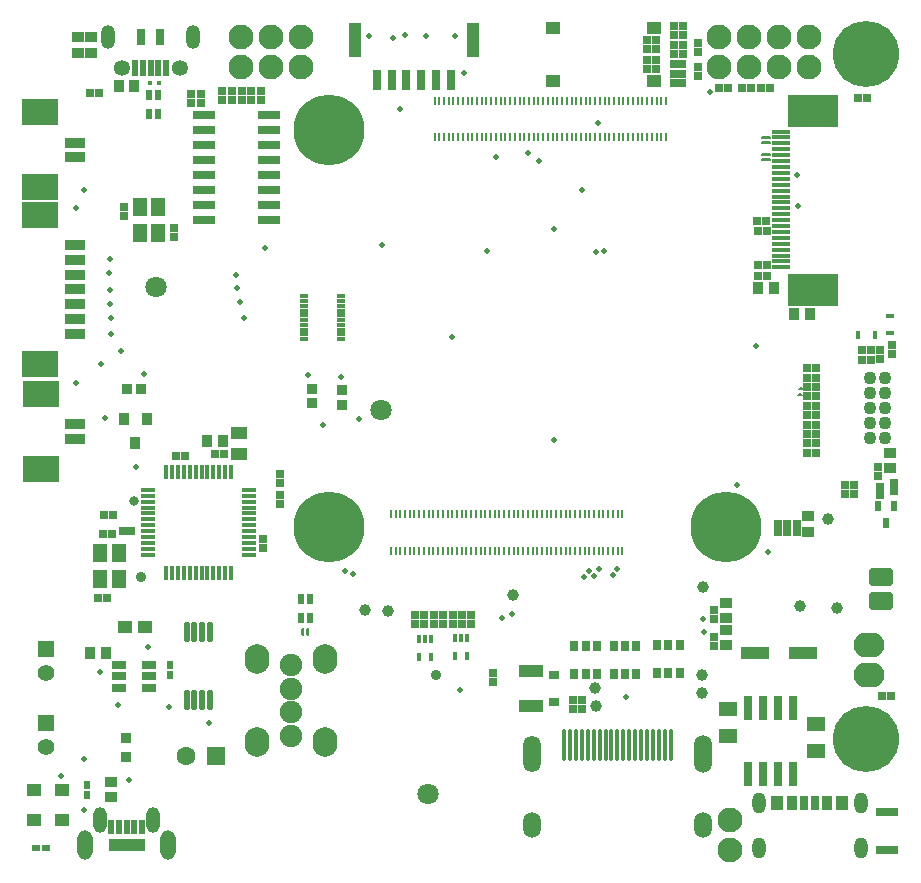
<source format=gbr>
%TF.GenerationSoftware,Altium Limited,Altium Designer,23.1.1 (15)*%
G04 Layer_Color=8388736*
%FSLAX45Y45*%
%MOMM*%
%TF.SameCoordinates,8C37DE4A-61E0-4A85-99FC-D0A1A2E6B02F*%
%TF.FilePolarity,Negative*%
%TF.FileFunction,Soldermask,Top*%
%TF.Part,Single*%
G01*
G75*
%TA.AperFunction,SMDPad,CuDef*%
%ADD15R,0.80606X0.85822*%
%ADD18R,1.15814X1.01213*%
%ADD19R,0.57247X0.68106*%
%ADD20R,0.68106X0.57247*%
%ADD23R,0.85822X0.80606*%
%ADD30R,1.25000X1.10000*%
%ADD32R,0.91213X0.85872*%
%TA.AperFunction,TestPad*%
%ADD35C,0.88900*%
%TA.AperFunction,SMDPad,CuDef*%
%ADD48R,2.41140X1.11280*%
%TA.AperFunction,TestPad*%
%ADD49O,0.50800X0.25400*%
%ADD50O,0.88900X0.25400*%
%ADD51C,0.80000*%
%ADD52C,0.40000*%
%ADD64O,0.25400X0.76200*%
%TA.AperFunction,FiducialPad,Global*%
%ADD66C,1.80000*%
%TA.AperFunction,ComponentPad*%
%ADD91C,6.00000*%
%TA.AperFunction,SMDPad,CuDef*%
%ADD157R,2.00500X1.09060*%
%ADD158R,0.71160X2.13400*%
%ADD159R,0.90200X1.00200*%
G04:AMPARAMS|DCode=160|XSize=1.662mm|YSize=0.502mm|CornerRadius=0.101mm|HoleSize=0mm|Usage=FLASHONLY|Rotation=90.000|XOffset=0mm|YOffset=0mm|HoleType=Round|Shape=RoundedRectangle|*
%AMROUNDEDRECTD160*
21,1,1.66200,0.30000,0,0,90.0*
21,1,1.46000,0.50200,0,0,90.0*
1,1,0.20200,0.15000,0.73000*
1,1,0.20200,0.15000,-0.73000*
1,1,0.20200,-0.15000,-0.73000*
1,1,0.20200,-0.15000,0.73000*
%
%ADD160ROUNDEDRECTD160*%
%ADD161R,1.10200X2.90200*%
%ADD162R,0.70200X1.80200*%
%ADD163R,0.91480X1.04180*%
%ADD164R,3.10200X2.20200*%
%ADD165R,1.70200X0.90200*%
%ADD166R,1.30200X0.65200*%
%ADD167R,0.50200X1.30200*%
%ADD168R,3.10200X1.00200*%
%ADD169R,1.04180X0.91480*%
%ADD170R,0.25080X0.75080*%
%ADD171R,0.80200X0.30200*%
%TA.AperFunction,TestPad*%
%ADD172C,0.99100*%
%TA.AperFunction,SMDPad,CuDef*%
%ADD173R,0.66040X0.71120*%
%ADD174R,0.50200X0.95200*%
%ADD175R,0.71120X0.66040*%
%ADD176R,1.25200X1.50200*%
%ADD177R,1.30160X0.40160*%
%ADD178R,0.40160X1.30160*%
%ADD179R,1.40160X1.00160*%
%ADD180R,1.90200X0.65200*%
%ADD181R,1.00200X1.25200*%
%ADD182R,0.90200X1.25200*%
%ADD183R,0.80200X1.25200*%
%ADD184R,1.50000X1.20000*%
%TA.AperFunction,ConnectorPad*%
%ADD185R,0.70200X1.45200*%
%ADD186R,0.50200X1.35200*%
%TA.AperFunction,SMDPad,CuDef*%
%ADD187R,0.40160X0.65160*%
%ADD188O,0.38200X2.70200*%
%ADD189R,1.90200X0.70200*%
%ADD190R,1.30160X1.10160*%
%ADD191R,1.50160X0.40160*%
%ADD192R,4.20160X2.75160*%
%ADD193R,0.65080X0.45080*%
G04:AMPARAMS|DCode=194|XSize=0.9mm|YSize=0.65mm|CornerRadius=0mm|HoleSize=0mm|Usage=FLASHONLY|Rotation=90.000|XOffset=0mm|YOffset=0mm|HoleType=Round|Shape=RoundedRectangle|*
%AMROUNDEDRECTD194*
21,1,0.90000,0.65000,0,0,90.0*
21,1,0.90000,0.65000,0,0,90.0*
1,1,0.00000,0.32500,0.45000*
1,1,0.00000,0.32500,-0.45000*
1,1,0.00000,-0.32500,-0.45000*
1,1,0.00000,-0.32500,0.45000*
%
%ADD194ROUNDEDRECTD194*%
%ADD195R,0.62160X0.93160*%
%ADD196R,0.45080X0.65080*%
%ADD197R,0.93160X0.73160*%
%TA.AperFunction,ComponentPad*%
%ADD198O,1.30200X2.50200*%
%ADD199O,1.15200X2.20200*%
%ADD200C,1.60200*%
%ADD201R,1.60200X1.60200*%
%ADD202R,1.41000X1.41000*%
%ADD203C,1.41000*%
%ADD204O,2.10200X2.50200*%
%ADD205C,2.10200*%
%ADD206O,1.10160X1.80160*%
%ADD207C,0.10200*%
%ADD208C,5.60160*%
%ADD209O,1.20200X2.00200*%
%ADD210C,1.35200*%
%ADD211C,1.10200*%
%ADD212O,1.50200X3.10200*%
%ADD213O,1.50200X3.20200*%
%ADD214O,1.50200X2.20200*%
%ADD215C,1.90200*%
G04:AMPARAMS|DCode=216|XSize=1.6016mm|YSize=2.1016mm|CornerRadius=0.4258mm|HoleSize=0mm|Usage=FLASHONLY|Rotation=90.000|XOffset=0mm|YOffset=0mm|HoleType=Round|Shape=RoundedRectangle|*
%AMROUNDEDRECTD216*
21,1,1.60160,1.25000,0,0,90.0*
21,1,0.75000,2.10160,0,0,90.0*
1,1,0.85160,0.62500,0.37500*
1,1,0.85160,0.62500,-0.37500*
1,1,0.85160,-0.62500,-0.37500*
1,1,0.85160,-0.62500,0.37500*
%
%ADD216ROUNDEDRECTD216*%
%ADD217O,2.60200X2.10200*%
%TA.AperFunction,ViaPad*%
%ADD218C,0.50200*%
D15*
X1043088Y4043680D02*
D03*
X922872D02*
D03*
D18*
X1072659Y2032000D02*
D03*
X907261D02*
D03*
D19*
X1292220Y1710334D02*
D03*
Y1627226D02*
D03*
X589280Y691794D02*
D03*
Y608686D02*
D03*
D20*
X239674Y162560D02*
D03*
X156566D02*
D03*
D23*
X2740660Y4034356D02*
D03*
Y3914140D02*
D03*
X2489200Y4046220D02*
D03*
Y3926004D02*
D03*
D30*
X135860Y396240D02*
D03*
X370860D02*
D03*
X140940Y647700D02*
D03*
X375940D02*
D03*
D32*
X916300Y1088591D02*
D03*
Y933249D02*
D03*
D35*
X1043300Y2453640D02*
D03*
X3537070Y1621902D02*
D03*
D48*
X6242330Y1813500D02*
D03*
X6650470D02*
D03*
D49*
X6626339Y3997760D02*
D03*
X6626560Y4047920D02*
D03*
D50*
X6331043Y5983503D02*
D03*
Y6169539D02*
D03*
Y6130335D02*
D03*
Y6023082D02*
D03*
D51*
X979800Y3096260D02*
D03*
D52*
X1115991Y6633782D02*
D03*
X1194731D02*
D03*
D64*
X2417440Y1986280D02*
D03*
X2453000D02*
D03*
D66*
X3476620Y619760D02*
D03*
X3072760Y3870960D02*
D03*
X1167760Y4909820D02*
D03*
D91*
X2637911Y2879662D02*
D03*
Y6239622D02*
D03*
X5997871Y2879662D02*
D03*
D157*
X4347331Y1662542D02*
D03*
Y1362822D02*
D03*
D158*
X6563884Y1348393D02*
D03*
Y789593D02*
D03*
X6436883D02*
D03*
X6309883Y789593D02*
D03*
X6182883Y789593D02*
D03*
Y1348393D02*
D03*
X6309883Y1348392D02*
D03*
X6436883Y1348393D02*
D03*
D159*
X1089660Y3789680D02*
D03*
X899660D02*
D03*
X994660Y3589680D02*
D03*
D160*
X1428400Y1984720D02*
D03*
X1493400D02*
D03*
X1558400D02*
D03*
X1623400D02*
D03*
Y1408720D02*
D03*
X1558400D02*
D03*
X1493400D02*
D03*
X1428400D02*
D03*
D161*
X2855300Y6997700D02*
D03*
X3850300D02*
D03*
D162*
X3040300Y6662700D02*
D03*
X3165300D02*
D03*
X3665300D02*
D03*
X3540300D02*
D03*
X3290300D02*
D03*
X3415300D02*
D03*
D163*
X614934Y1811274D02*
D03*
X744931D02*
D03*
X6573094Y4684463D02*
D03*
X6703091D02*
D03*
X6269015Y4904087D02*
D03*
X6399012Y4904088D02*
D03*
X1603929Y3604006D02*
D03*
X1733926D02*
D03*
X852669Y6608266D02*
D03*
X982666D02*
D03*
D164*
X194940Y4005580D02*
D03*
Y3370580D02*
D03*
X189860Y4259420D02*
D03*
Y5519420D02*
D03*
Y5753100D02*
D03*
Y6388100D02*
D03*
D165*
X484940Y3750580D02*
D03*
Y3625580D02*
D03*
X479860Y4514420D02*
D03*
Y4639420D02*
D03*
Y4764420D02*
D03*
Y4889420D02*
D03*
Y5014420D02*
D03*
Y5264420D02*
D03*
Y5139420D02*
D03*
Y6008100D02*
D03*
Y6133100D02*
D03*
D166*
X1112340Y1517900D02*
D03*
Y1612900D02*
D03*
Y1707900D02*
D03*
X852340D02*
D03*
Y1517900D02*
D03*
Y1612900D02*
D03*
D167*
X921380Y337880D02*
D03*
X856380D02*
D03*
X791380D02*
D03*
X986380D02*
D03*
X1051380D02*
D03*
D168*
X921380Y182880D02*
D03*
D169*
X791586Y722071D02*
D03*
X791586Y592074D02*
D03*
X5992129Y2006253D02*
D03*
Y1876255D02*
D03*
Y2238104D02*
D03*
X5992129Y2108107D02*
D03*
X619807Y6892797D02*
D03*
Y7022794D02*
D03*
X506500Y6892797D02*
D03*
X506500Y7022794D02*
D03*
X7384340Y3375623D02*
D03*
Y3505620D02*
D03*
X6692633Y2836754D02*
D03*
Y2966751D02*
D03*
D170*
X4167911Y6175662D02*
D03*
X5037910Y2675661D02*
D03*
X5077911D02*
D03*
X5487911Y6175662D02*
D03*
X5447911D02*
D03*
X5407910D02*
D03*
X5367911D02*
D03*
X5327911D02*
D03*
X5287910D02*
D03*
X5247911D02*
D03*
X4967911D02*
D03*
X5007910D02*
D03*
X5047911D02*
D03*
X5087911D02*
D03*
X5127910D02*
D03*
X5167910D02*
D03*
X5207911D02*
D03*
X4687911D02*
D03*
X4727911D02*
D03*
X4767910D02*
D03*
X4807911D02*
D03*
X4847911D02*
D03*
X4887910D02*
D03*
X4927911D02*
D03*
X4647910D02*
D03*
X4607911D02*
D03*
X4567911D02*
D03*
X4527910D02*
D03*
X4487911D02*
D03*
X4447911D02*
D03*
X4407910D02*
D03*
X3927911D02*
D03*
X3967911D02*
D03*
X4007910D02*
D03*
X4047911D02*
D03*
X4087911D02*
D03*
X4127910D02*
D03*
X4367910D02*
D03*
X4327911D02*
D03*
X4287911D02*
D03*
X4247910D02*
D03*
X4207911D02*
D03*
Y6483662D02*
D03*
X4247910D02*
D03*
X4287911D02*
D03*
X4327911D02*
D03*
X4367910D02*
D03*
X4167911D02*
D03*
X4127910D02*
D03*
X4087911D02*
D03*
X4047911D02*
D03*
X4007910D02*
D03*
X3967911D02*
D03*
X3927911D02*
D03*
X4407910D02*
D03*
X4447911D02*
D03*
X4487911D02*
D03*
X4527910D02*
D03*
X4567911D02*
D03*
X4607911D02*
D03*
X4647910D02*
D03*
X4927911D02*
D03*
X4887910D02*
D03*
X4847911D02*
D03*
X4807911D02*
D03*
X4767910D02*
D03*
X4727911D02*
D03*
X4687911D02*
D03*
X5207911D02*
D03*
X5167910D02*
D03*
X5127910D02*
D03*
X5087911D02*
D03*
X5047911D02*
D03*
X5007910D02*
D03*
X4967911D02*
D03*
X5247911D02*
D03*
X5287910D02*
D03*
X5327911D02*
D03*
X5367911D02*
D03*
X5407910D02*
D03*
X5447911D02*
D03*
X5487911D02*
D03*
X3527911D02*
D03*
X3567911D02*
D03*
X3607910D02*
D03*
X3647911D02*
D03*
X3687911D02*
D03*
X3727911D02*
D03*
X3767911D02*
D03*
X3887911D02*
D03*
X3847911D02*
D03*
X3807911D02*
D03*
Y6175662D02*
D03*
X3847911D02*
D03*
X3887911D02*
D03*
X3767911D02*
D03*
X3727911D02*
D03*
X3687911D02*
D03*
X3647911D02*
D03*
X3607910D02*
D03*
X3567911D02*
D03*
X3527911D02*
D03*
X3157911Y2675662D02*
D03*
X3197911D02*
D03*
X3237910D02*
D03*
X3277911D02*
D03*
X3317911D02*
D03*
X3357910D02*
D03*
X3397911D02*
D03*
X3517911D02*
D03*
X3477910D02*
D03*
X3437911D02*
D03*
Y2983662D02*
D03*
X3477910D02*
D03*
X3517911D02*
D03*
X3397911D02*
D03*
X3357910D02*
D03*
X3317911D02*
D03*
X3277911D02*
D03*
X3237910D02*
D03*
X3197911D02*
D03*
X3157911D02*
D03*
X5117911D02*
D03*
X5077911D02*
D03*
X5037910D02*
D03*
X4997911D02*
D03*
X4957911D02*
D03*
X4917910D02*
D03*
X4877910D02*
D03*
X4597911D02*
D03*
X4637910D02*
D03*
X4677911D02*
D03*
X4717911D02*
D03*
X4757910D02*
D03*
X4797910D02*
D03*
X4837911D02*
D03*
X4317911D02*
D03*
X4357911D02*
D03*
X4397910D02*
D03*
X4437911D02*
D03*
X4477911D02*
D03*
X4517910D02*
D03*
X4557911D02*
D03*
X4277910D02*
D03*
X4237910D02*
D03*
X4197911D02*
D03*
X4157910D02*
D03*
X4117910D02*
D03*
X4077911D02*
D03*
X4037910D02*
D03*
X3557911D02*
D03*
X3597911D02*
D03*
X3637910D02*
D03*
X3677911D02*
D03*
X3717911D02*
D03*
X3757910D02*
D03*
X3797911D02*
D03*
X3997910D02*
D03*
X3957911D02*
D03*
X3917911D02*
D03*
X3877910D02*
D03*
X3837911D02*
D03*
Y2675662D02*
D03*
X3877910D02*
D03*
X3917911D02*
D03*
X3957911D02*
D03*
X3997910D02*
D03*
X3797911D02*
D03*
X3757910D02*
D03*
X3717911D02*
D03*
X3677911D02*
D03*
X3637910D02*
D03*
X3597911D02*
D03*
X3557911D02*
D03*
X4037910D02*
D03*
X4077911D02*
D03*
X4117910D02*
D03*
X4157910D02*
D03*
X4197911D02*
D03*
X4237910D02*
D03*
X4277910D02*
D03*
X4557911D02*
D03*
X4517910D02*
D03*
X4477911D02*
D03*
X4437911D02*
D03*
X4397910D02*
D03*
X4357911D02*
D03*
X4317911D02*
D03*
X4837911D02*
D03*
X4797910D02*
D03*
X4757910D02*
D03*
X4717911D02*
D03*
X4677911D02*
D03*
X4637910D02*
D03*
X4597911D02*
D03*
X4877910D02*
D03*
X4917910D02*
D03*
X4957911D02*
D03*
X4997911D02*
D03*
X5117911D02*
D03*
D171*
X2731900Y4829600D02*
D03*
X2423900D02*
D03*
X2731900Y4789600D02*
D03*
X2423900D02*
D03*
X2731900Y4749600D02*
D03*
X2423900D02*
D03*
X2731900Y4709600D02*
D03*
X2423900D02*
D03*
X2731900Y4669600D02*
D03*
X2423900D02*
D03*
X2731900Y4629600D02*
D03*
X2423900D02*
D03*
X2731900Y4589600D02*
D03*
X2423900D02*
D03*
X2731900Y4549600D02*
D03*
X2423900D02*
D03*
X2731900Y4509600D02*
D03*
X2423900D02*
D03*
X2731900Y4469600D02*
D03*
X2423900D02*
D03*
D172*
X5789183Y1627793D02*
D03*
Y1475393D02*
D03*
X4891644Y1358856D02*
D03*
X4889487Y1512287D02*
D03*
X3131180Y2166620D02*
D03*
X2935600Y2171700D02*
D03*
X4194980Y2305447D02*
D03*
X6856466Y2943462D02*
D03*
X6619763Y2211993D02*
D03*
X5803906Y2366602D02*
D03*
X6936100Y2194560D02*
D03*
D173*
X728940Y2976880D02*
D03*
X803940D02*
D03*
X689640Y6553200D02*
D03*
X614640D02*
D03*
X724428Y2817343D02*
D03*
X799409D02*
D03*
X757652Y2277897D02*
D03*
X682671D02*
D03*
X6340531Y5006306D02*
D03*
X6265551D02*
D03*
X1671848Y3495523D02*
D03*
X1746829D02*
D03*
X6340531Y5097582D02*
D03*
X6265551D02*
D03*
X6334697Y5468422D02*
D03*
X6259716D02*
D03*
X6340531Y5387306D02*
D03*
X6265551D02*
D03*
X1341648Y3482823D02*
D03*
X1416629D02*
D03*
X886988Y2847823D02*
D03*
X961969D02*
D03*
X6371011Y6591266D02*
D03*
X6296031D02*
D03*
X6208451D02*
D03*
X6133471D02*
D03*
X6015411D02*
D03*
X5940431D02*
D03*
X5326940Y7002053D02*
D03*
X5401921D02*
D03*
X5553337Y7039296D02*
D03*
X5628318D02*
D03*
X5551679Y6716180D02*
D03*
X5626660D02*
D03*
X5553000Y6958445D02*
D03*
X5627981D02*
D03*
X5326940Y6921920D02*
D03*
X5401921D02*
D03*
X5553337Y7120576D02*
D03*
X5628318D02*
D03*
X5551679Y6797099D02*
D03*
X5626660D02*
D03*
X5553157Y6878740D02*
D03*
X5628138D02*
D03*
X5326940Y6752084D02*
D03*
X5401921D02*
D03*
X5551628Y6635382D02*
D03*
X5626609D02*
D03*
X5326940Y6831662D02*
D03*
X5401921D02*
D03*
X7145631Y4378897D02*
D03*
X7220612D02*
D03*
X6755571Y4220713D02*
D03*
X6680590D02*
D03*
X6755571Y4141475D02*
D03*
X6680590D02*
D03*
X6755571Y4062237D02*
D03*
X6680590D02*
D03*
X6755571Y3982999D02*
D03*
X6680590D02*
D03*
X6755571Y3903762D02*
D03*
X6680590D02*
D03*
X6755571Y3824524D02*
D03*
X6680590D02*
D03*
X6755571Y3745286D02*
D03*
X6680590D02*
D03*
X6755571Y3666048D02*
D03*
X6680590D02*
D03*
Y3586810D02*
D03*
X6755571D02*
D03*
Y3507572D02*
D03*
X6680590D02*
D03*
X7220612Y4289997D02*
D03*
X7145631D02*
D03*
X7315544Y1450988D02*
D03*
X7390525D02*
D03*
X7186207Y6509703D02*
D03*
X7111227D02*
D03*
D174*
X2397120Y2106930D02*
D03*
X2473320D02*
D03*
Y2272030D02*
D03*
X2397120D02*
D03*
X1111371Y6535992D02*
D03*
X1187571D02*
D03*
Y6370892D02*
D03*
X1111371D02*
D03*
D175*
X2218837Y3149549D02*
D03*
Y3074568D02*
D03*
Y3324809D02*
D03*
Y3249828D02*
D03*
X2077080Y2777541D02*
D03*
Y2702560D02*
D03*
X1812420Y6493061D02*
D03*
Y6568042D02*
D03*
X1730746Y6493061D02*
D03*
Y6568042D02*
D03*
X1547383Y6466493D02*
D03*
Y6541473D02*
D03*
X1466586Y6541524D02*
D03*
Y6466543D02*
D03*
X5892841Y1870261D02*
D03*
Y1945242D02*
D03*
X4021393Y1569379D02*
D03*
Y1644360D02*
D03*
X1975767Y6493061D02*
D03*
Y6568042D02*
D03*
X2057441Y6493061D02*
D03*
Y6568042D02*
D03*
X894707Y5514719D02*
D03*
Y5589700D02*
D03*
X1320806Y5406982D02*
D03*
Y5332001D02*
D03*
X1894093Y6493061D02*
D03*
Y6568042D02*
D03*
X5892841Y2173842D02*
D03*
Y2098861D02*
D03*
X7002285Y3157708D02*
D03*
Y3232689D02*
D03*
X7083565Y3155168D02*
D03*
Y3230149D02*
D03*
X7285280Y3311259D02*
D03*
Y3386240D02*
D03*
X7295923Y3144991D02*
D03*
Y3219971D02*
D03*
X7401637Y4339908D02*
D03*
Y4414889D02*
D03*
X3760510Y2053835D02*
D03*
Y2128816D02*
D03*
X3840011Y2053835D02*
D03*
Y2128816D02*
D03*
X3681009Y2053835D02*
D03*
Y2128816D02*
D03*
X3601508Y2053835D02*
D03*
Y2128816D02*
D03*
X3522007Y2056375D02*
D03*
Y2131356D02*
D03*
X3442506Y2128816D02*
D03*
Y2053835D02*
D03*
X3363005Y2128816D02*
D03*
Y2053835D02*
D03*
X7414730Y3179451D02*
D03*
Y3254431D02*
D03*
X4778210Y1415767D02*
D03*
Y1340786D02*
D03*
X4698987Y1415767D02*
D03*
Y1340786D02*
D03*
X5754582Y6973448D02*
D03*
Y6898467D02*
D03*
Y6774892D02*
D03*
Y6699911D02*
D03*
X7300037Y4376789D02*
D03*
Y4301808D02*
D03*
X6514168Y2906747D02*
D03*
Y2831766D02*
D03*
X6433807Y2906747D02*
D03*
Y2831766D02*
D03*
X6594528Y2906747D02*
D03*
Y2831766D02*
D03*
D176*
X699130Y2437613D02*
D03*
X859150Y2657627D02*
D03*
X699130D02*
D03*
X859150Y2437613D02*
D03*
X1190617Y5365392D02*
D03*
X1030597Y5585407D02*
D03*
Y5365392D02*
D03*
X1190617Y5585407D02*
D03*
D177*
X1105471Y3042302D02*
D03*
Y3092302D02*
D03*
Y3142302D02*
D03*
Y3192302D02*
D03*
X1955471D02*
D03*
Y3142302D02*
D03*
Y3092302D02*
D03*
Y3042302D02*
D03*
Y2992302D02*
D03*
Y2942302D02*
D03*
Y2892302D02*
D03*
Y2842302D02*
D03*
Y2792302D02*
D03*
Y2742302D02*
D03*
Y2692302D02*
D03*
Y2642302D02*
D03*
X1105471D02*
D03*
Y2692302D02*
D03*
Y2742302D02*
D03*
Y2792302D02*
D03*
Y2842302D02*
D03*
Y2892302D02*
D03*
Y2942302D02*
D03*
Y2992302D02*
D03*
D178*
X1255471Y3342302D02*
D03*
X1305471D02*
D03*
X1355471D02*
D03*
X1405471D02*
D03*
X1455471D02*
D03*
X1505471D02*
D03*
X1555471D02*
D03*
X1605471D02*
D03*
X1655471D02*
D03*
X1705471D02*
D03*
X1755471D02*
D03*
X1805471D02*
D03*
Y2492302D02*
D03*
X1755471D02*
D03*
X1705471D02*
D03*
X1655471D02*
D03*
X1605471D02*
D03*
X1555471D02*
D03*
X1505471D02*
D03*
X1455471D02*
D03*
X1405471D02*
D03*
X1355471D02*
D03*
X1305471D02*
D03*
X1255471D02*
D03*
D179*
X1871340Y3676480D02*
D03*
Y3496480D02*
D03*
D180*
X7355200Y464800D02*
D03*
Y144800D02*
D03*
D181*
X6978000Y540000D02*
D03*
X6428000D02*
D03*
D182*
X6855000D02*
D03*
X6551000D02*
D03*
D183*
X6653000D02*
D03*
X6753000D02*
D03*
D184*
X6009000Y1106740D02*
D03*
Y1336740D02*
D03*
X6754383Y979393D02*
D03*
Y1209393D02*
D03*
D185*
X1205002Y7027503D02*
D03*
X1045002D02*
D03*
D186*
X995002Y6762503D02*
D03*
X1060002D02*
D03*
X1255002D02*
D03*
X1190002D02*
D03*
X1125002D02*
D03*
D187*
X3704000Y1939300D02*
D03*
X3754000D02*
D03*
X3804000D02*
D03*
Y1789300D02*
D03*
X3704000D02*
D03*
X3499200Y1926600D02*
D03*
X3449200D02*
D03*
X3399200D02*
D03*
Y1776600D02*
D03*
X3499200D02*
D03*
D188*
X5526191Y1030934D02*
D03*
X5476191D02*
D03*
X5426191D02*
D03*
X5376191D02*
D03*
X5326191D02*
D03*
X5276191D02*
D03*
X5226191D02*
D03*
X5176191D02*
D03*
X5126191D02*
D03*
X5076191D02*
D03*
X5026191D02*
D03*
X4976191D02*
D03*
X4926191D02*
D03*
X4876191D02*
D03*
X4826191D02*
D03*
X4776191D02*
D03*
X4726191D02*
D03*
X4676191D02*
D03*
X4626191D02*
D03*
D189*
X1573191Y6364442D02*
D03*
X2123191Y6364442D02*
D03*
X1573191Y5983442D02*
D03*
X1573190Y5602442D02*
D03*
X1573191Y5475442D02*
D03*
Y6110442D02*
D03*
X1573190Y6237442D02*
D03*
X1573191Y5729442D02*
D03*
Y5856442D02*
D03*
X2123191Y5475442D02*
D03*
Y5602442D02*
D03*
X2123190Y5729442D02*
D03*
X2123191Y5856442D02*
D03*
Y5983442D02*
D03*
X2123190Y6110442D02*
D03*
X2123191Y6237442D02*
D03*
D190*
X5389380Y6652260D02*
D03*
X4529380D02*
D03*
Y7102260D02*
D03*
X5389380D02*
D03*
D191*
X6460908Y5375660D02*
D03*
Y5175660D02*
D03*
Y5125660D02*
D03*
Y5425660D02*
D03*
Y5525660D02*
D03*
Y5575660D02*
D03*
Y5675660D02*
D03*
Y5725660D02*
D03*
Y5825660D02*
D03*
Y5875660D02*
D03*
Y6125660D02*
D03*
Y6175660D02*
D03*
Y5975660D02*
D03*
Y6025660D02*
D03*
Y5225660D02*
D03*
Y5275660D02*
D03*
Y5325660D02*
D03*
Y5625660D02*
D03*
Y5475660D02*
D03*
Y5775660D02*
D03*
Y5925660D02*
D03*
Y6075660D02*
D03*
Y6225660D02*
D03*
Y5075660D02*
D03*
D192*
X6730888Y6403820D02*
D03*
Y4884723D02*
D03*
D193*
X7386880Y4522740D02*
D03*
Y4662740D02*
D03*
D194*
X4806811Y1869282D02*
D03*
Y1632282D02*
D03*
X4711811D02*
D03*
X4901811Y1869282D02*
D03*
X4711811D02*
D03*
X4901811Y1632282D02*
D03*
X5142091Y1869282D02*
D03*
Y1632282D02*
D03*
X5047091D02*
D03*
Y1869282D02*
D03*
X5237091D02*
D03*
Y1632282D02*
D03*
X5507727Y1877160D02*
D03*
Y1640160D02*
D03*
X5412727D02*
D03*
Y1877160D02*
D03*
X5602727D02*
D03*
Y1640160D02*
D03*
D195*
X7414247Y3054940D02*
D03*
X7348207Y2907620D02*
D03*
X7284707Y3054940D02*
D03*
D196*
X7253680Y4503840D02*
D03*
X7113680D02*
D03*
D197*
X4542911Y1398642D02*
D03*
Y1621642D02*
D03*
D198*
X571380Y182880D02*
D03*
X1271380D02*
D03*
D199*
X698880Y392880D02*
D03*
X1143880D02*
D03*
D200*
X1426840Y939800D02*
D03*
D201*
X1680840D02*
D03*
D202*
X240660Y1218540D02*
D03*
X238120Y1843380D02*
D03*
D203*
X240660Y1018540D02*
D03*
X238120Y1643380D02*
D03*
D204*
X2023000Y1060000D02*
D03*
X2603000D02*
D03*
Y1760000D02*
D03*
X2023000D02*
D03*
D205*
X6031042Y400676D02*
D03*
Y146676D02*
D03*
X6698000Y7023000D02*
D03*
X6444000D02*
D03*
X6190000D02*
D03*
X5936000D02*
D03*
Y6769000D02*
D03*
X6190000D02*
D03*
X6444000D02*
D03*
X6698000D02*
D03*
X2400080Y7023000D02*
D03*
X2146080D02*
D03*
X1892080D02*
D03*
Y6769000D02*
D03*
X2146080D02*
D03*
X2400080D02*
D03*
D206*
X6271000Y159500D02*
D03*
X7135000Y160000D02*
D03*
Y540000D02*
D03*
X6271000D02*
D03*
D207*
X3130000Y300000D02*
D03*
X3930000D02*
D03*
D208*
X7184552Y6880000D02*
D03*
Y1080000D02*
D03*
D209*
X1485002Y7025003D02*
D03*
X765002D02*
D03*
D210*
X880002Y6760003D02*
D03*
X1370002D02*
D03*
D211*
X7341000Y3882500D02*
D03*
Y3755500D02*
D03*
X7214000D02*
D03*
Y3628500D02*
D03*
Y3882500D02*
D03*
Y4009500D02*
D03*
X7341000Y3628500D02*
D03*
Y4009500D02*
D03*
X7214000Y4136500D02*
D03*
X7341000D02*
D03*
D212*
X4351200Y955000D02*
D03*
D213*
X5801199D02*
D03*
D214*
Y355000D02*
D03*
X4351200D02*
D03*
D215*
X2313000Y1110000D02*
D03*
Y1310000D02*
D03*
Y1510000D02*
D03*
Y1710000D02*
D03*
D216*
X7305000Y2253000D02*
D03*
Y2453000D02*
D03*
D217*
X7208300Y1627000D02*
D03*
Y1881000D02*
D03*
D218*
X3776980Y6718300D02*
D03*
X3238500Y6418580D02*
D03*
X4412300Y5973437D02*
D03*
X4323080Y6040120D02*
D03*
X4048760Y6009640D02*
D03*
X3459480Y7038340D02*
D03*
X3698240Y7033260D02*
D03*
X3172460Y7020560D02*
D03*
X2974340Y7030720D02*
D03*
X3281680Y7040880D02*
D03*
X997580Y3385820D02*
D03*
X736600Y3799840D02*
D03*
X365440Y772160D02*
D03*
X557840Y916940D02*
D03*
Y478785D02*
D03*
X6593840Y5854700D02*
D03*
X1064260Y4175760D02*
D03*
X698500Y1653540D02*
D03*
X494660Y4099560D02*
D03*
X3082920Y5267960D02*
D03*
X700400Y4259580D02*
D03*
X494660Y5577840D02*
D03*
X1101720Y1864360D02*
D03*
X1282060Y1356360D02*
D03*
X1619880Y1219200D02*
D03*
X847720Y1369060D02*
D03*
X941700Y734060D02*
D03*
X6605900Y5595620D02*
D03*
X560700Y5730240D02*
D03*
X2770500Y2501900D02*
D03*
X2585080Y3741420D02*
D03*
X2889880Y3792220D02*
D03*
X2836540Y2476500D02*
D03*
X2458080Y4160520D02*
D03*
X2732400Y4147820D02*
D03*
X5076820Y2522220D02*
D03*
X5038720Y2473960D02*
D03*
X4185280Y2141220D02*
D03*
X4959980Y5217160D02*
D03*
X4101460Y2103120D02*
D03*
X4896480Y5204460D02*
D03*
X781680Y5146040D02*
D03*
X771520Y5024120D02*
D03*
X779140Y4884420D02*
D03*
X784220Y4762500D02*
D03*
X1916740Y4650740D02*
D03*
X1853560Y4904740D02*
D03*
X1881500Y4785360D02*
D03*
X1843400Y5011420D02*
D03*
X4797420Y2453640D02*
D03*
X4838060Y2501900D02*
D03*
X4878700Y2458720D02*
D03*
X4919340Y2522220D02*
D03*
X873120Y4368800D02*
D03*
X786760Y4513580D02*
D03*
Y4645660D02*
D03*
X3677280Y4488180D02*
D03*
X3969380Y5214620D02*
D03*
X2094860Y5242560D02*
D03*
X5803372Y2098046D02*
D03*
X4774560Y5732780D02*
D03*
X5810880Y1986280D02*
D03*
X6247760Y4409440D02*
D03*
X4535800Y5402580D02*
D03*
Y3614420D02*
D03*
X6354440Y2664460D02*
D03*
X5147940Y1435100D02*
D03*
X5859140Y6563360D02*
D03*
X4914260Y6294120D02*
D03*
X6090280Y3235960D02*
D03*
X3745860Y1493520D02*
D03*
%TF.MD5,fe89e03d12a4bab6e93615db69b5b4f4*%
M02*

</source>
